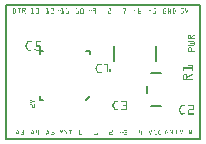
<source format=gto>
G04 MADE WITH FRITZING*
G04 WWW.FRITZING.ORG*
G04 DOUBLE SIDED*
G04 HOLES PLATED*
G04 CONTOUR ON CENTER OF CONTOUR VECTOR*
%ASAXBY*%
%FSLAX23Y23*%
%MOIN*%
%OFA0B0*%
%SFA1.0B1.0*%
%ADD10R,0.655324X0.456693X0.639324X0.440693*%
%ADD11C,0.008000*%
%ADD12C,0.005865*%
%ADD13R,0.001000X0.001000*%
%LNSILK1*%
G90*
G70*
G54D11*
X4Y453D02*
X651Y453D01*
X651Y4D01*
X4Y4D01*
X4Y453D01*
D02*
X487Y226D02*
X521Y226D01*
D02*
X521Y114D02*
X487Y114D01*
D02*
X472Y159D02*
X472Y181D01*
D02*
X363Y265D02*
X363Y316D01*
D02*
X505Y316D02*
X505Y265D01*
G54D12*
D02*
X128Y300D02*
X117Y300D01*
D02*
X117Y288D02*
X117Y300D01*
D02*
X271Y300D02*
X283Y300D01*
D02*
X283Y300D02*
X283Y288D01*
D02*
X117Y148D02*
X117Y136D01*
D02*
X117Y136D02*
X128Y136D01*
D02*
X271Y136D02*
X283Y148D01*
G54D13*
X27Y441D02*
X32Y441D01*
X43Y441D02*
X53Y441D01*
X59Y441D02*
X67Y441D01*
X587Y441D02*
X594Y441D01*
X602Y441D02*
X602Y441D01*
X611Y441D02*
X611Y441D01*
X27Y440D02*
X34Y440D01*
X43Y440D02*
X53Y440D01*
X59Y440D02*
X69Y440D01*
X87Y440D02*
X93Y440D01*
X103Y440D02*
X113Y440D01*
X137Y440D02*
X142Y440D01*
X153Y440D02*
X162Y440D01*
X186Y440D02*
X192Y440D01*
X203Y440D02*
X208Y440D01*
X236Y440D02*
X241Y440D01*
X253Y440D02*
X261Y440D01*
X293Y440D02*
X303Y440D01*
X347Y440D02*
X352Y440D01*
X394Y440D02*
X404Y440D01*
X444Y440D02*
X447Y440D01*
X496Y440D02*
X503Y440D01*
X532Y440D02*
X537Y440D01*
X544Y440D02*
X546Y440D01*
X553Y440D02*
X554Y440D01*
X560Y440D02*
X566Y440D01*
X587Y440D02*
X595Y440D01*
X601Y440D02*
X602Y440D01*
X610Y440D02*
X611Y440D01*
X29Y439D02*
X34Y439D01*
X43Y439D02*
X45Y439D01*
X47Y439D02*
X49Y439D01*
X52Y439D02*
X53Y439D01*
X59Y439D02*
X61Y439D01*
X67Y439D02*
X69Y439D01*
X88Y439D02*
X93Y439D01*
X104Y439D02*
X113Y439D01*
X137Y439D02*
X142Y439D01*
X153Y439D02*
X163Y439D01*
X187Y439D02*
X192Y439D01*
X203Y439D02*
X208Y439D01*
X236Y439D02*
X241Y439D01*
X252Y439D02*
X262Y439D01*
X293Y439D02*
X303Y439D01*
X346Y439D02*
X352Y439D01*
X394Y439D02*
X404Y439D01*
X444Y439D02*
X446Y439D01*
X496Y439D02*
X503Y439D01*
X531Y439D02*
X537Y439D01*
X544Y439D02*
X546Y439D01*
X552Y439D02*
X554Y439D01*
X560Y439D02*
X567Y439D01*
X587Y439D02*
X594Y439D01*
X601Y439D02*
X602Y439D01*
X610Y439D02*
X611Y439D01*
X29Y438D02*
X30Y438D01*
X33Y438D02*
X35Y438D01*
X43Y438D02*
X44Y438D01*
X48Y438D02*
X49Y438D01*
X52Y438D02*
X53Y438D01*
X59Y438D02*
X61Y438D01*
X68Y438D02*
X69Y438D01*
X92Y438D02*
X93Y438D01*
X112Y438D02*
X114Y438D01*
X141Y438D02*
X142Y438D01*
X162Y438D02*
X163Y438D01*
X191Y438D02*
X192Y438D01*
X207Y438D02*
X208Y438D01*
X240Y438D02*
X241Y438D01*
X252Y438D02*
X253Y438D01*
X261Y438D02*
X262Y438D01*
X293Y438D02*
X294Y438D01*
X302Y438D02*
X303Y438D01*
X346Y438D02*
X348Y438D01*
X351Y438D02*
X352Y438D01*
X394Y438D02*
X394Y438D01*
X402Y438D02*
X404Y438D01*
X444Y438D02*
X446Y438D01*
X496Y438D02*
X497Y438D01*
X530Y438D02*
X532Y438D01*
X544Y438D02*
X547Y438D01*
X552Y438D02*
X554Y438D01*
X562Y438D02*
X563Y438D01*
X566Y438D02*
X567Y438D01*
X587Y438D02*
X588Y438D01*
X601Y438D02*
X602Y438D01*
X610Y438D02*
X611Y438D01*
X29Y437D02*
X30Y437D01*
X34Y437D02*
X35Y437D01*
X48Y437D02*
X49Y437D01*
X59Y437D02*
X61Y437D01*
X68Y437D02*
X69Y437D01*
X92Y437D02*
X93Y437D01*
X112Y437D02*
X114Y437D01*
X141Y437D02*
X142Y437D01*
X162Y437D02*
X163Y437D01*
X191Y437D02*
X192Y437D01*
X207Y437D02*
X208Y437D01*
X240Y437D02*
X241Y437D01*
X252Y437D02*
X253Y437D01*
X261Y437D02*
X262Y437D01*
X293Y437D02*
X294Y437D01*
X302Y437D02*
X303Y437D01*
X346Y437D02*
X348Y437D01*
X351Y437D02*
X352Y437D01*
X402Y437D02*
X404Y437D01*
X444Y437D02*
X446Y437D01*
X496Y437D02*
X497Y437D01*
X529Y437D02*
X531Y437D01*
X544Y437D02*
X547Y437D01*
X552Y437D02*
X554Y437D01*
X562Y437D02*
X563Y437D01*
X566Y437D02*
X568Y437D01*
X587Y437D02*
X588Y437D01*
X601Y437D02*
X602Y437D01*
X610Y437D02*
X611Y437D01*
X29Y436D02*
X30Y436D01*
X34Y436D02*
X36Y436D01*
X48Y436D02*
X49Y436D01*
X59Y436D02*
X61Y436D01*
X68Y436D02*
X69Y436D01*
X92Y436D02*
X93Y436D01*
X112Y436D02*
X114Y436D01*
X141Y436D02*
X142Y436D01*
X162Y436D02*
X163Y436D01*
X191Y436D02*
X192Y436D01*
X207Y436D02*
X208Y436D01*
X240Y436D02*
X241Y436D01*
X252Y436D02*
X253Y436D01*
X261Y436D02*
X262Y436D01*
X293Y436D02*
X294Y436D01*
X302Y436D02*
X303Y436D01*
X346Y436D02*
X348Y436D01*
X351Y436D02*
X352Y436D01*
X402Y436D02*
X404Y436D01*
X444Y436D02*
X446Y436D01*
X496Y436D02*
X497Y436D01*
X529Y436D02*
X531Y436D01*
X544Y436D02*
X548Y436D01*
X552Y436D02*
X554Y436D01*
X562Y436D02*
X563Y436D01*
X567Y436D02*
X568Y436D01*
X587Y436D02*
X588Y436D01*
X601Y436D02*
X603Y436D01*
X610Y436D02*
X611Y436D01*
X29Y435D02*
X30Y435D01*
X35Y435D02*
X36Y435D01*
X48Y435D02*
X49Y435D01*
X59Y435D02*
X69Y435D01*
X92Y435D02*
X93Y435D01*
X112Y435D02*
X114Y435D01*
X141Y435D02*
X142Y435D01*
X162Y435D02*
X163Y435D01*
X191Y435D02*
X192Y435D01*
X207Y435D02*
X208Y435D01*
X240Y435D02*
X241Y435D01*
X252Y435D02*
X253Y435D01*
X261Y435D02*
X262Y435D01*
X293Y435D02*
X303Y435D01*
X346Y435D02*
X348Y435D01*
X351Y435D02*
X352Y435D01*
X402Y435D02*
X404Y435D01*
X444Y435D02*
X446Y435D01*
X496Y435D02*
X497Y435D01*
X528Y435D02*
X530Y435D01*
X544Y435D02*
X545Y435D01*
X547Y435D02*
X548Y435D01*
X552Y435D02*
X554Y435D01*
X562Y435D02*
X563Y435D01*
X567Y435D02*
X569Y435D01*
X587Y435D02*
X588Y435D01*
X602Y435D02*
X603Y435D01*
X609Y435D02*
X611Y435D01*
X29Y434D02*
X30Y434D01*
X35Y434D02*
X37Y434D01*
X48Y434D02*
X49Y434D01*
X59Y434D02*
X68Y434D01*
X92Y434D02*
X93Y434D01*
X112Y434D02*
X113Y434D01*
X141Y434D02*
X142Y434D01*
X162Y434D02*
X163Y434D01*
X176Y434D02*
X180Y434D01*
X185Y434D02*
X185Y434D01*
X191Y434D02*
X192Y434D01*
X207Y434D02*
X208Y434D01*
X240Y434D02*
X241Y434D01*
X252Y434D02*
X253Y434D01*
X261Y434D02*
X262Y434D01*
X280Y434D02*
X284Y434D01*
X289Y434D02*
X289Y434D01*
X293Y434D02*
X303Y434D01*
X346Y434D02*
X348Y434D01*
X351Y434D02*
X352Y434D01*
X402Y434D02*
X404Y434D01*
X431Y434D02*
X434Y434D01*
X440Y434D02*
X440Y434D01*
X444Y434D02*
X446Y434D01*
X482Y434D02*
X485Y434D01*
X496Y434D02*
X497Y434D01*
X528Y434D02*
X529Y434D01*
X544Y434D02*
X545Y434D01*
X547Y434D02*
X548Y434D01*
X552Y434D02*
X554Y434D01*
X562Y434D02*
X563Y434D01*
X568Y434D02*
X569Y434D01*
X587Y434D02*
X588Y434D01*
X602Y434D02*
X603Y434D01*
X609Y434D02*
X610Y434D01*
X29Y433D02*
X30Y433D01*
X36Y433D02*
X37Y433D01*
X48Y433D02*
X49Y433D01*
X59Y433D02*
X61Y433D01*
X63Y433D02*
X65Y433D01*
X92Y433D02*
X93Y433D01*
X106Y433D02*
X113Y433D01*
X141Y433D02*
X142Y433D01*
X154Y433D02*
X163Y433D01*
X175Y433D02*
X185Y433D01*
X191Y433D02*
X192Y433D01*
X207Y433D02*
X208Y433D01*
X226Y433D02*
X231Y433D01*
X235Y433D02*
X236Y433D01*
X240Y433D02*
X241Y433D01*
X252Y433D02*
X253Y433D01*
X261Y433D02*
X262Y433D01*
X279Y433D02*
X289Y433D01*
X294Y433D02*
X303Y433D01*
X346Y433D02*
X348Y433D01*
X350Y433D02*
X352Y433D01*
X400Y433D02*
X403Y433D01*
X430Y433D02*
X440Y433D01*
X444Y433D02*
X446Y433D01*
X481Y433D02*
X491Y433D01*
X496Y433D02*
X502Y433D01*
X527Y433D02*
X529Y433D01*
X544Y433D02*
X545Y433D01*
X547Y433D02*
X549Y433D01*
X552Y433D02*
X554Y433D01*
X562Y433D02*
X563Y433D01*
X568Y433D02*
X570Y433D01*
X587Y433D02*
X594Y433D01*
X602Y433D02*
X604Y433D01*
X609Y433D02*
X610Y433D01*
X29Y432D02*
X30Y432D01*
X36Y432D02*
X37Y432D01*
X48Y432D02*
X49Y432D01*
X59Y432D02*
X61Y432D01*
X64Y432D02*
X65Y432D01*
X92Y432D02*
X93Y432D01*
X106Y432D02*
X113Y432D01*
X141Y432D02*
X142Y432D01*
X153Y432D02*
X162Y432D01*
X175Y432D02*
X175Y432D01*
X180Y432D02*
X185Y432D01*
X191Y432D02*
X192Y432D01*
X207Y432D02*
X208Y432D01*
X225Y432D02*
X235Y432D01*
X240Y432D02*
X241Y432D01*
X252Y432D02*
X253Y432D01*
X261Y432D02*
X262Y432D01*
X279Y432D02*
X279Y432D01*
X284Y432D02*
X288Y432D01*
X302Y432D02*
X303Y432D01*
X345Y432D02*
X354Y432D01*
X399Y432D02*
X402Y432D01*
X430Y432D02*
X430Y432D01*
X434Y432D02*
X440Y432D01*
X444Y432D02*
X446Y432D01*
X480Y432D02*
X481Y432D01*
X485Y432D02*
X490Y432D01*
X496Y432D02*
X503Y432D01*
X527Y432D02*
X529Y432D01*
X544Y432D02*
X545Y432D01*
X548Y432D02*
X549Y432D01*
X552Y432D02*
X554Y432D01*
X562Y432D02*
X563Y432D01*
X569Y432D02*
X570Y432D01*
X587Y432D02*
X595Y432D01*
X603Y432D02*
X604Y432D01*
X608Y432D02*
X610Y432D01*
X29Y431D02*
X30Y431D01*
X35Y431D02*
X37Y431D01*
X48Y431D02*
X49Y431D01*
X59Y431D02*
X61Y431D01*
X64Y431D02*
X66Y431D01*
X92Y431D02*
X93Y431D01*
X97Y431D02*
X97Y431D01*
X107Y431D02*
X113Y431D01*
X141Y431D02*
X142Y431D01*
X146Y431D02*
X146Y431D01*
X153Y431D02*
X161Y431D01*
X191Y431D02*
X192Y431D01*
X196Y431D02*
X196Y431D01*
X207Y431D02*
X208Y431D01*
X212Y431D02*
X212Y431D01*
X225Y431D02*
X225Y431D01*
X231Y431D02*
X235Y431D01*
X240Y431D02*
X241Y431D01*
X252Y431D02*
X253Y431D01*
X261Y431D02*
X262Y431D01*
X302Y431D02*
X303Y431D01*
X344Y431D02*
X354Y431D01*
X398Y431D02*
X401Y431D01*
X437Y431D02*
X438Y431D01*
X444Y431D02*
X454Y431D01*
X488Y431D02*
X488Y431D01*
X496Y431D02*
X504Y431D01*
X527Y431D02*
X529Y431D01*
X534Y431D02*
X537Y431D01*
X544Y431D02*
X545Y431D01*
X548Y431D02*
X550Y431D01*
X552Y431D02*
X554Y431D01*
X562Y431D02*
X563Y431D01*
X568Y431D02*
X570Y431D01*
X594Y431D02*
X595Y431D01*
X603Y431D02*
X605Y431D01*
X608Y431D02*
X609Y431D01*
X29Y430D02*
X30Y430D01*
X35Y430D02*
X36Y430D01*
X48Y430D02*
X49Y430D01*
X59Y430D02*
X61Y430D01*
X65Y430D02*
X67Y430D01*
X92Y430D02*
X93Y430D01*
X96Y430D02*
X97Y430D01*
X112Y430D02*
X113Y430D01*
X141Y430D02*
X142Y430D01*
X145Y430D02*
X147Y430D01*
X153Y430D02*
X154Y430D01*
X191Y430D02*
X192Y430D01*
X195Y430D02*
X196Y430D01*
X207Y430D02*
X208Y430D01*
X211Y430D02*
X213Y430D01*
X240Y430D02*
X241Y430D01*
X245Y430D02*
X246Y430D01*
X252Y430D02*
X253Y430D01*
X261Y430D02*
X262Y430D01*
X302Y430D02*
X303Y430D01*
X344Y430D02*
X345Y430D01*
X353Y430D02*
X354Y430D01*
X398Y430D02*
X400Y430D01*
X444Y430D02*
X454Y430D01*
X502Y430D02*
X504Y430D01*
X527Y430D02*
X529Y430D01*
X533Y430D02*
X538Y430D01*
X544Y430D02*
X545Y430D01*
X549Y430D02*
X550Y430D01*
X552Y430D02*
X554Y430D01*
X562Y430D02*
X563Y430D01*
X568Y430D02*
X569Y430D01*
X594Y430D02*
X595Y430D01*
X603Y430D02*
X605Y430D01*
X607Y430D02*
X609Y430D01*
X29Y429D02*
X30Y429D01*
X34Y429D02*
X36Y429D01*
X48Y429D02*
X49Y429D01*
X59Y429D02*
X61Y429D01*
X66Y429D02*
X67Y429D01*
X92Y429D02*
X93Y429D01*
X96Y429D02*
X97Y429D01*
X112Y429D02*
X114Y429D01*
X141Y429D02*
X142Y429D01*
X145Y429D02*
X147Y429D01*
X153Y429D02*
X154Y429D01*
X191Y429D02*
X192Y429D01*
X195Y429D02*
X196Y429D01*
X207Y429D02*
X208Y429D01*
X211Y429D02*
X213Y429D01*
X240Y429D02*
X241Y429D01*
X245Y429D02*
X246Y429D01*
X252Y429D02*
X253Y429D01*
X261Y429D02*
X262Y429D01*
X302Y429D02*
X303Y429D01*
X344Y429D02*
X345Y429D01*
X353Y429D02*
X354Y429D01*
X398Y429D02*
X399Y429D01*
X444Y429D02*
X446Y429D01*
X453Y429D02*
X454Y429D01*
X502Y429D02*
X504Y429D01*
X527Y429D02*
X529Y429D01*
X534Y429D02*
X538Y429D01*
X544Y429D02*
X545Y429D01*
X549Y429D02*
X554Y429D01*
X562Y429D02*
X563Y429D01*
X567Y429D02*
X569Y429D01*
X594Y429D02*
X595Y429D01*
X604Y429D02*
X605Y429D01*
X607Y429D02*
X609Y429D01*
X29Y428D02*
X30Y428D01*
X34Y428D02*
X35Y428D01*
X48Y428D02*
X49Y428D01*
X59Y428D02*
X61Y428D01*
X66Y428D02*
X68Y428D01*
X92Y428D02*
X93Y428D01*
X96Y428D02*
X97Y428D01*
X112Y428D02*
X114Y428D01*
X141Y428D02*
X142Y428D01*
X145Y428D02*
X147Y428D01*
X153Y428D02*
X154Y428D01*
X191Y428D02*
X192Y428D01*
X195Y428D02*
X196Y428D01*
X207Y428D02*
X208Y428D01*
X211Y428D02*
X213Y428D01*
X240Y428D02*
X241Y428D01*
X245Y428D02*
X246Y428D01*
X252Y428D02*
X253Y428D01*
X261Y428D02*
X262Y428D01*
X302Y428D02*
X303Y428D01*
X344Y428D02*
X345Y428D01*
X353Y428D02*
X354Y428D01*
X398Y428D02*
X399Y428D01*
X444Y428D02*
X446Y428D01*
X453Y428D02*
X454Y428D01*
X502Y428D02*
X504Y428D01*
X527Y428D02*
X529Y428D01*
X536Y428D02*
X538Y428D01*
X544Y428D02*
X545Y428D01*
X550Y428D02*
X554Y428D01*
X562Y428D02*
X563Y428D01*
X567Y428D02*
X568Y428D01*
X594Y428D02*
X595Y428D01*
X604Y428D02*
X608Y428D01*
X29Y427D02*
X30Y427D01*
X33Y427D02*
X35Y427D01*
X48Y427D02*
X49Y427D01*
X59Y427D02*
X61Y427D01*
X67Y427D02*
X68Y427D01*
X92Y427D02*
X93Y427D01*
X96Y427D02*
X97Y427D01*
X112Y427D02*
X114Y427D01*
X141Y427D02*
X142Y427D01*
X145Y427D02*
X147Y427D01*
X153Y427D02*
X154Y427D01*
X191Y427D02*
X192Y427D01*
X195Y427D02*
X196Y427D01*
X207Y427D02*
X208Y427D01*
X211Y427D02*
X213Y427D01*
X240Y427D02*
X241Y427D01*
X245Y427D02*
X246Y427D01*
X252Y427D02*
X253Y427D01*
X261Y427D02*
X262Y427D01*
X302Y427D02*
X303Y427D01*
X344Y427D02*
X345Y427D01*
X353Y427D02*
X354Y427D01*
X398Y427D02*
X399Y427D01*
X444Y427D02*
X446Y427D01*
X453Y427D02*
X454Y427D01*
X502Y427D02*
X504Y427D01*
X527Y427D02*
X529Y427D01*
X536Y427D02*
X538Y427D01*
X544Y427D02*
X545Y427D01*
X550Y427D02*
X554Y427D01*
X562Y427D02*
X563Y427D01*
X566Y427D02*
X568Y427D01*
X594Y427D02*
X595Y427D01*
X605Y427D02*
X608Y427D01*
X28Y426D02*
X34Y426D01*
X48Y426D02*
X49Y426D01*
X59Y426D02*
X61Y426D01*
X67Y426D02*
X69Y426D01*
X92Y426D02*
X93Y426D01*
X96Y426D02*
X97Y426D01*
X112Y426D02*
X114Y426D01*
X141Y426D02*
X142Y426D01*
X145Y426D02*
X147Y426D01*
X153Y426D02*
X154Y426D01*
X191Y426D02*
X192Y426D01*
X195Y426D02*
X196Y426D01*
X207Y426D02*
X208Y426D01*
X211Y426D02*
X213Y426D01*
X240Y426D02*
X241Y426D01*
X245Y426D02*
X246Y426D01*
X252Y426D02*
X253Y426D01*
X261Y426D02*
X262Y426D01*
X302Y426D02*
X303Y426D01*
X344Y426D02*
X345Y426D01*
X353Y426D02*
X354Y426D01*
X398Y426D02*
X399Y426D01*
X444Y426D02*
X446Y426D01*
X453Y426D02*
X454Y426D01*
X494Y426D02*
X495Y426D01*
X502Y426D02*
X504Y426D01*
X527Y426D02*
X529Y426D01*
X536Y426D02*
X537Y426D01*
X544Y426D02*
X545Y426D01*
X551Y426D02*
X554Y426D01*
X562Y426D02*
X563Y426D01*
X566Y426D02*
X567Y426D01*
X585Y426D02*
X588Y426D01*
X593Y426D02*
X595Y426D01*
X605Y426D02*
X607Y426D01*
X27Y425D02*
X34Y425D01*
X48Y425D02*
X49Y425D01*
X59Y425D02*
X60Y425D01*
X68Y425D02*
X69Y425D01*
X87Y425D02*
X97Y425D01*
X104Y425D02*
X113Y425D01*
X137Y425D02*
X147Y425D01*
X153Y425D02*
X163Y425D01*
X187Y425D02*
X196Y425D01*
X203Y425D02*
X213Y425D01*
X236Y425D02*
X246Y425D01*
X252Y425D02*
X262Y425D01*
X301Y425D02*
X303Y425D01*
X344Y425D02*
X354Y425D01*
X398Y425D02*
X399Y425D01*
X444Y425D02*
X454Y425D01*
X494Y425D02*
X503Y425D01*
X528Y425D02*
X537Y425D01*
X544Y425D02*
X545Y425D01*
X551Y425D02*
X554Y425D01*
X560Y425D02*
X567Y425D01*
X585Y425D02*
X595Y425D01*
X605Y425D02*
X607Y425D01*
X28Y424D02*
X32Y424D01*
X48Y424D02*
X48Y424D01*
X60Y424D02*
X60Y424D01*
X69Y424D02*
X69Y424D01*
X87Y424D02*
X97Y424D01*
X104Y424D02*
X113Y424D01*
X137Y424D02*
X147Y424D01*
X153Y424D02*
X163Y424D01*
X187Y424D02*
X196Y424D01*
X203Y424D02*
X212Y424D01*
X236Y424D02*
X246Y424D01*
X252Y424D02*
X262Y424D01*
X301Y424D02*
X303Y424D01*
X345Y424D02*
X354Y424D01*
X398Y424D02*
X399Y424D01*
X445Y424D02*
X454Y424D01*
X495Y424D02*
X503Y424D01*
X529Y424D02*
X536Y424D01*
X544Y424D02*
X545Y424D01*
X551Y424D02*
X554Y424D01*
X560Y424D02*
X566Y424D01*
X587Y424D02*
X594Y424D01*
X606Y424D02*
X606Y424D01*
X237Y423D02*
X245Y423D01*
X254Y423D02*
X260Y423D01*
X346Y423D02*
X352Y423D01*
X613Y351D02*
X618Y351D01*
X630Y351D02*
X632Y351D01*
X612Y350D02*
X619Y350D01*
X628Y350D02*
X632Y350D01*
X611Y349D02*
X620Y349D01*
X627Y349D02*
X632Y349D01*
X611Y348D02*
X613Y348D01*
X618Y348D02*
X620Y348D01*
X625Y348D02*
X630Y348D01*
X611Y347D02*
X613Y347D01*
X618Y347D02*
X620Y347D01*
X623Y347D02*
X628Y347D01*
X611Y346D02*
X613Y346D01*
X618Y346D02*
X626Y346D01*
X611Y345D02*
X613Y345D01*
X618Y345D02*
X625Y345D01*
X611Y344D02*
X613Y344D01*
X618Y344D02*
X623Y344D01*
X611Y343D02*
X613Y343D01*
X618Y343D02*
X621Y343D01*
X611Y342D02*
X613Y342D01*
X618Y342D02*
X620Y342D01*
X611Y341D02*
X613Y341D01*
X618Y341D02*
X620Y341D01*
X611Y340D02*
X632Y340D01*
X611Y339D02*
X632Y339D01*
X611Y338D02*
X632Y338D01*
X79Y332D02*
X87Y332D01*
X103Y332D02*
X117Y332D01*
X76Y331D02*
X88Y331D01*
X103Y331D02*
X118Y331D01*
X75Y330D02*
X89Y330D01*
X103Y330D02*
X119Y330D01*
X611Y330D02*
X630Y330D01*
X74Y329D02*
X88Y329D01*
X103Y329D02*
X118Y329D01*
X611Y329D02*
X632Y329D01*
X74Y328D02*
X87Y328D01*
X103Y328D02*
X117Y328D01*
X629Y328D02*
X632Y328D01*
X73Y327D02*
X77Y327D01*
X103Y327D02*
X106Y327D01*
X630Y327D02*
X632Y327D01*
X73Y326D02*
X77Y326D01*
X103Y326D02*
X106Y326D01*
X630Y326D02*
X632Y326D01*
X72Y325D02*
X76Y325D01*
X103Y325D02*
X106Y325D01*
X619Y325D02*
X632Y325D01*
X72Y324D02*
X76Y324D01*
X103Y324D02*
X106Y324D01*
X618Y324D02*
X632Y324D01*
X71Y323D02*
X75Y323D01*
X103Y323D02*
X106Y323D01*
X619Y323D02*
X632Y323D01*
X71Y322D02*
X75Y322D01*
X103Y322D02*
X106Y322D01*
X629Y322D02*
X632Y322D01*
X70Y321D02*
X74Y321D01*
X103Y321D02*
X106Y321D01*
X630Y321D02*
X632Y321D01*
X70Y320D02*
X74Y320D01*
X103Y320D02*
X106Y320D01*
X630Y320D02*
X632Y320D01*
X69Y319D02*
X73Y319D01*
X103Y319D02*
X106Y319D01*
X611Y319D02*
X632Y319D01*
X69Y318D02*
X73Y318D01*
X103Y318D02*
X115Y318D01*
X611Y318D02*
X631Y318D01*
X69Y317D02*
X72Y317D01*
X103Y317D02*
X117Y317D01*
X611Y317D02*
X630Y317D01*
X69Y316D02*
X72Y316D01*
X103Y316D02*
X118Y316D01*
X69Y315D02*
X72Y315D01*
X103Y315D02*
X118Y315D01*
X69Y314D02*
X72Y314D01*
X103Y314D02*
X119Y314D01*
X69Y313D02*
X73Y313D01*
X115Y313D02*
X119Y313D01*
X70Y312D02*
X73Y312D01*
X115Y312D02*
X119Y312D01*
X70Y311D02*
X74Y311D01*
X115Y311D02*
X119Y311D01*
X71Y310D02*
X74Y310D01*
X115Y310D02*
X119Y310D01*
X614Y310D02*
X620Y310D01*
X71Y309D02*
X75Y309D01*
X115Y309D02*
X119Y309D01*
X612Y309D02*
X622Y309D01*
X72Y308D02*
X75Y308D01*
X115Y308D02*
X119Y308D01*
X611Y308D02*
X623Y308D01*
X72Y307D02*
X76Y307D01*
X115Y307D02*
X119Y307D01*
X611Y307D02*
X614Y307D01*
X621Y307D02*
X624Y307D01*
X73Y306D02*
X76Y306D01*
X115Y306D02*
X119Y306D01*
X611Y306D02*
X613Y306D01*
X622Y306D02*
X624Y306D01*
X73Y305D02*
X77Y305D01*
X100Y305D02*
X102Y305D01*
X115Y305D02*
X119Y305D01*
X611Y305D02*
X613Y305D01*
X622Y305D02*
X624Y305D01*
X74Y304D02*
X78Y304D01*
X99Y304D02*
X104Y304D01*
X115Y304D02*
X119Y304D01*
X611Y304D02*
X613Y304D01*
X622Y304D02*
X624Y304D01*
X74Y303D02*
X88Y303D01*
X99Y303D02*
X118Y303D01*
X611Y303D02*
X613Y303D01*
X622Y303D02*
X624Y303D01*
X75Y302D02*
X89Y302D01*
X100Y302D02*
X118Y302D01*
X611Y302D02*
X613Y302D01*
X622Y302D02*
X624Y302D01*
X76Y301D02*
X88Y301D01*
X101Y301D02*
X117Y301D01*
X611Y301D02*
X613Y301D01*
X622Y301D02*
X624Y301D01*
X78Y300D02*
X88Y300D01*
X104Y300D02*
X116Y300D01*
X611Y300D02*
X613Y300D01*
X622Y300D02*
X624Y300D01*
X611Y299D02*
X613Y299D01*
X622Y299D02*
X624Y299D01*
X611Y298D02*
X632Y298D01*
X611Y297D02*
X632Y297D01*
X611Y296D02*
X631Y296D01*
X310Y256D02*
X321Y256D01*
X333Y256D02*
X344Y256D01*
X309Y255D02*
X322Y255D01*
X332Y255D02*
X344Y255D01*
X308Y254D02*
X322Y254D01*
X332Y254D02*
X344Y254D01*
X307Y253D02*
X321Y253D01*
X333Y253D02*
X344Y253D01*
X307Y252D02*
X311Y252D01*
X341Y252D02*
X344Y252D01*
X613Y252D02*
X625Y252D01*
X306Y251D02*
X310Y251D01*
X341Y251D02*
X344Y251D01*
X613Y251D02*
X626Y251D01*
X306Y250D02*
X310Y250D01*
X341Y250D02*
X344Y250D01*
X612Y250D02*
X626Y250D01*
X305Y249D02*
X309Y249D01*
X341Y249D02*
X344Y249D01*
X613Y249D02*
X626Y249D01*
X305Y248D02*
X309Y248D01*
X341Y248D02*
X344Y248D01*
X623Y248D02*
X626Y248D01*
X304Y247D02*
X308Y247D01*
X341Y247D02*
X344Y247D01*
X623Y247D02*
X626Y247D01*
X304Y246D02*
X308Y246D01*
X341Y246D02*
X344Y246D01*
X623Y246D02*
X626Y246D01*
X303Y245D02*
X307Y245D01*
X341Y245D02*
X344Y245D01*
X623Y245D02*
X626Y245D01*
X303Y244D02*
X307Y244D01*
X341Y244D02*
X344Y244D01*
X595Y244D02*
X626Y244D01*
X303Y243D02*
X306Y243D01*
X341Y243D02*
X344Y243D01*
X595Y243D02*
X626Y243D01*
X302Y242D02*
X306Y242D01*
X341Y242D02*
X344Y242D01*
X595Y242D02*
X626Y242D01*
X302Y241D02*
X306Y241D01*
X341Y241D02*
X344Y241D01*
X595Y241D02*
X626Y241D01*
X302Y240D02*
X306Y240D01*
X341Y240D02*
X344Y240D01*
X595Y240D02*
X626Y240D01*
X302Y239D02*
X306Y239D01*
X341Y239D02*
X344Y239D01*
X595Y239D02*
X598Y239D01*
X623Y239D02*
X626Y239D01*
X303Y238D02*
X306Y238D01*
X341Y238D02*
X344Y238D01*
X349Y238D02*
X352Y238D01*
X595Y238D02*
X598Y238D01*
X623Y238D02*
X626Y238D01*
X303Y237D02*
X307Y237D01*
X341Y237D02*
X344Y237D01*
X349Y237D02*
X352Y237D01*
X595Y237D02*
X598Y237D01*
X623Y237D02*
X626Y237D01*
X303Y236D02*
X307Y236D01*
X341Y236D02*
X344Y236D01*
X349Y236D02*
X352Y236D01*
X595Y236D02*
X598Y236D01*
X623Y236D02*
X626Y236D01*
X304Y235D02*
X308Y235D01*
X341Y235D02*
X344Y235D01*
X349Y235D02*
X352Y235D01*
X595Y235D02*
X598Y235D01*
X623Y235D02*
X626Y235D01*
X304Y234D02*
X308Y234D01*
X341Y234D02*
X344Y234D01*
X349Y234D02*
X352Y234D01*
X595Y234D02*
X598Y234D01*
X623Y234D02*
X626Y234D01*
X305Y233D02*
X309Y233D01*
X341Y233D02*
X344Y233D01*
X349Y233D02*
X352Y233D01*
X595Y233D02*
X598Y233D01*
X623Y233D02*
X626Y233D01*
X305Y232D02*
X309Y232D01*
X341Y232D02*
X344Y232D01*
X349Y232D02*
X352Y232D01*
X596Y232D02*
X597Y232D01*
X624Y232D02*
X625Y232D01*
X306Y231D02*
X310Y231D01*
X341Y231D02*
X344Y231D01*
X349Y231D02*
X352Y231D01*
X306Y230D02*
X310Y230D01*
X341Y230D02*
X344Y230D01*
X349Y230D02*
X352Y230D01*
X307Y229D02*
X311Y229D01*
X341Y229D02*
X344Y229D01*
X349Y229D02*
X352Y229D01*
X307Y228D02*
X321Y228D01*
X333Y228D02*
X352Y228D01*
X308Y227D02*
X322Y227D01*
X309Y226D02*
X322Y226D01*
X310Y225D02*
X321Y225D01*
X599Y222D02*
X604Y222D01*
X624Y222D02*
X625Y222D01*
X597Y221D02*
X606Y221D01*
X622Y221D02*
X626Y221D01*
X596Y220D02*
X607Y220D01*
X620Y220D02*
X626Y220D01*
X596Y219D02*
X608Y219D01*
X619Y219D02*
X626Y219D01*
X595Y218D02*
X599Y218D01*
X604Y218D02*
X608Y218D01*
X617Y218D02*
X624Y218D01*
X595Y217D02*
X598Y217D01*
X605Y217D02*
X608Y217D01*
X615Y217D02*
X623Y217D01*
X595Y216D02*
X598Y216D01*
X605Y216D02*
X608Y216D01*
X614Y216D02*
X621Y216D01*
X595Y215D02*
X598Y215D01*
X605Y215D02*
X608Y215D01*
X612Y215D02*
X619Y215D01*
X595Y214D02*
X598Y214D01*
X605Y214D02*
X618Y214D01*
X595Y213D02*
X598Y213D01*
X605Y213D02*
X616Y213D01*
X595Y212D02*
X598Y212D01*
X605Y212D02*
X614Y212D01*
X595Y211D02*
X598Y211D01*
X605Y211D02*
X612Y211D01*
X595Y210D02*
X598Y210D01*
X605Y210D02*
X611Y210D01*
X595Y209D02*
X598Y209D01*
X605Y209D02*
X609Y209D01*
X595Y208D02*
X598Y208D01*
X605Y208D02*
X608Y208D01*
X595Y207D02*
X598Y207D01*
X605Y207D02*
X608Y207D01*
X595Y206D02*
X598Y206D01*
X605Y206D02*
X609Y206D01*
X595Y205D02*
X626Y205D01*
X595Y204D02*
X626Y204D01*
X595Y203D02*
X626Y203D01*
X595Y202D02*
X625Y202D01*
X83Y136D02*
X85Y136D01*
X83Y135D02*
X88Y135D01*
X84Y134D02*
X91Y134D01*
X87Y133D02*
X95Y133D01*
X368Y133D02*
X377Y133D01*
X390Y133D02*
X405Y133D01*
X87Y132D02*
X88Y132D01*
X91Y132D02*
X98Y132D01*
X366Y132D02*
X378Y132D01*
X389Y132D02*
X407Y132D01*
X87Y131D02*
X88Y131D01*
X94Y131D02*
X99Y131D01*
X365Y131D02*
X378Y131D01*
X389Y131D02*
X408Y131D01*
X87Y130D02*
X88Y130D01*
X92Y130D02*
X99Y130D01*
X364Y130D02*
X378Y130D01*
X389Y130D02*
X408Y130D01*
X87Y129D02*
X96Y129D01*
X364Y129D02*
X369Y129D01*
X405Y129D02*
X408Y129D01*
X85Y128D02*
X93Y128D01*
X363Y128D02*
X367Y128D01*
X405Y128D02*
X408Y128D01*
X83Y127D02*
X89Y127D01*
X363Y127D02*
X366Y127D01*
X405Y127D02*
X408Y127D01*
X83Y126D02*
X86Y126D01*
X362Y126D02*
X366Y126D01*
X405Y126D02*
X408Y126D01*
X362Y125D02*
X365Y125D01*
X405Y125D02*
X408Y125D01*
X361Y124D02*
X365Y124D01*
X405Y124D02*
X408Y124D01*
X361Y123D02*
X364Y123D01*
X405Y123D02*
X408Y123D01*
X360Y122D02*
X364Y122D01*
X405Y122D02*
X408Y122D01*
X360Y121D02*
X363Y121D01*
X405Y121D02*
X408Y121D01*
X83Y120D02*
X90Y120D01*
X99Y120D02*
X99Y120D01*
X359Y120D02*
X363Y120D01*
X405Y120D02*
X408Y120D01*
X83Y119D02*
X91Y119D01*
X98Y119D02*
X99Y119D01*
X359Y119D02*
X362Y119D01*
X394Y119D02*
X408Y119D01*
X83Y118D02*
X92Y118D01*
X98Y118D02*
X99Y118D01*
X359Y118D02*
X362Y118D01*
X393Y118D02*
X407Y118D01*
X589Y118D02*
X599Y118D01*
X611Y118D02*
X628Y118D01*
X83Y117D02*
X84Y117D01*
X90Y117D02*
X92Y117D01*
X98Y117D02*
X99Y117D01*
X359Y117D02*
X362Y117D01*
X393Y117D02*
X407Y117D01*
X587Y117D02*
X600Y117D01*
X611Y117D02*
X629Y117D01*
X83Y116D02*
X84Y116D01*
X90Y116D02*
X92Y116D01*
X98Y116D02*
X99Y116D01*
X359Y116D02*
X362Y116D01*
X393Y116D02*
X407Y116D01*
X586Y116D02*
X600Y116D01*
X611Y116D02*
X630Y116D01*
X83Y115D02*
X84Y115D01*
X90Y115D02*
X92Y115D01*
X98Y115D02*
X99Y115D01*
X359Y115D02*
X362Y115D01*
X394Y115D02*
X408Y115D01*
X586Y115D02*
X600Y115D01*
X611Y115D02*
X630Y115D01*
X83Y114D02*
X84Y114D01*
X90Y114D02*
X92Y114D01*
X98Y114D02*
X99Y114D01*
X359Y114D02*
X363Y114D01*
X405Y114D02*
X408Y114D01*
X585Y114D02*
X590Y114D01*
X627Y114D02*
X630Y114D01*
X83Y113D02*
X84Y113D01*
X90Y113D02*
X92Y113D01*
X98Y113D02*
X99Y113D01*
X360Y113D02*
X363Y113D01*
X405Y113D02*
X408Y113D01*
X585Y113D02*
X589Y113D01*
X627Y113D02*
X630Y113D01*
X83Y112D02*
X84Y112D01*
X90Y112D02*
X92Y112D01*
X98Y112D02*
X99Y112D01*
X360Y112D02*
X364Y112D01*
X405Y112D02*
X408Y112D01*
X584Y112D02*
X588Y112D01*
X627Y112D02*
X630Y112D01*
X83Y111D02*
X84Y111D01*
X91Y111D02*
X99Y111D01*
X361Y111D02*
X364Y111D01*
X405Y111D02*
X408Y111D01*
X584Y111D02*
X588Y111D01*
X627Y111D02*
X630Y111D01*
X83Y110D02*
X84Y110D01*
X91Y110D02*
X99Y110D01*
X361Y110D02*
X365Y110D01*
X405Y110D02*
X408Y110D01*
X583Y110D02*
X587Y110D01*
X627Y110D02*
X630Y110D01*
X362Y109D02*
X365Y109D01*
X405Y109D02*
X408Y109D01*
X583Y109D02*
X587Y109D01*
X627Y109D02*
X630Y109D01*
X362Y108D02*
X366Y108D01*
X405Y108D02*
X408Y108D01*
X582Y108D02*
X586Y108D01*
X627Y108D02*
X630Y108D01*
X363Y107D02*
X366Y107D01*
X405Y107D02*
X408Y107D01*
X582Y107D02*
X586Y107D01*
X627Y107D02*
X630Y107D01*
X363Y106D02*
X367Y106D01*
X405Y106D02*
X408Y106D01*
X581Y106D02*
X585Y106D01*
X627Y106D02*
X630Y106D01*
X364Y105D02*
X369Y105D01*
X405Y105D02*
X408Y105D01*
X581Y105D02*
X584Y105D01*
X627Y105D02*
X630Y105D01*
X364Y104D02*
X378Y104D01*
X389Y104D02*
X408Y104D01*
X581Y104D02*
X584Y104D01*
X614Y104D02*
X630Y104D01*
X365Y103D02*
X378Y103D01*
X389Y103D02*
X408Y103D01*
X581Y103D02*
X584Y103D01*
X612Y103D02*
X630Y103D01*
X366Y102D02*
X378Y102D01*
X389Y102D02*
X407Y102D01*
X581Y102D02*
X584Y102D01*
X611Y102D02*
X629Y102D01*
X368Y101D02*
X377Y101D01*
X390Y101D02*
X405Y101D01*
X581Y101D02*
X584Y101D01*
X611Y101D02*
X629Y101D01*
X581Y100D02*
X584Y100D01*
X611Y100D02*
X614Y100D01*
X581Y99D02*
X585Y99D01*
X610Y99D02*
X614Y99D01*
X581Y98D02*
X585Y98D01*
X610Y98D02*
X614Y98D01*
X582Y97D02*
X586Y97D01*
X610Y97D02*
X614Y97D01*
X582Y96D02*
X586Y96D01*
X610Y96D02*
X614Y96D01*
X583Y95D02*
X587Y95D01*
X610Y95D02*
X614Y95D01*
X583Y94D02*
X587Y94D01*
X610Y94D02*
X614Y94D01*
X584Y93D02*
X588Y93D01*
X610Y93D02*
X614Y93D01*
X584Y92D02*
X588Y92D01*
X610Y92D02*
X614Y92D01*
X585Y91D02*
X589Y91D01*
X610Y91D02*
X614Y91D01*
X585Y90D02*
X599Y90D01*
X610Y90D02*
X629Y90D01*
X586Y89D02*
X600Y89D01*
X610Y89D02*
X630Y89D01*
X587Y88D02*
X597Y88D01*
X610Y88D02*
X630Y88D01*
X588Y87D02*
X594Y87D01*
X610Y87D02*
X630Y87D01*
X591Y86D02*
X592Y86D01*
X612Y86D02*
X629Y86D01*
X42Y36D02*
X43Y36D01*
X54Y36D02*
X63Y36D01*
X92Y36D02*
X93Y36D01*
X104Y36D02*
X105Y36D01*
X143Y36D02*
X144Y36D01*
X157Y36D02*
X164Y36D01*
X183Y36D02*
X191Y36D01*
X199Y36D02*
X206Y36D01*
X214Y36D02*
X223Y36D01*
X249Y36D02*
X258Y36D01*
X299Y36D02*
X304Y36D01*
X349Y36D02*
X359Y36D01*
X399Y36D02*
X407Y36D01*
X449Y36D02*
X449Y36D01*
X481Y36D02*
X481Y36D01*
X489Y36D02*
X489Y36D01*
X500Y36D02*
X505Y36D01*
X516Y36D02*
X520Y36D01*
X540Y36D02*
X544Y36D01*
X550Y36D02*
X552Y36D01*
X559Y36D02*
X559Y36D01*
X565Y36D02*
X570Y36D01*
X584Y36D02*
X585Y36D01*
X593Y36D02*
X593Y36D01*
X599Y36D02*
X608Y36D01*
X614Y36D02*
X615Y36D01*
X622Y36D02*
X622Y36D01*
X42Y35D02*
X43Y35D01*
X54Y35D02*
X63Y35D01*
X91Y35D02*
X93Y35D01*
X104Y35D02*
X105Y35D01*
X142Y35D02*
X144Y35D01*
X157Y35D02*
X164Y35D01*
X183Y35D02*
X192Y35D01*
X199Y35D02*
X207Y35D01*
X213Y35D02*
X223Y35D01*
X248Y35D02*
X258Y35D01*
X299Y35D02*
X304Y35D01*
X350Y35D02*
X359Y35D01*
X398Y35D02*
X408Y35D01*
X448Y35D02*
X450Y35D01*
X480Y35D02*
X481Y35D01*
X489Y35D02*
X490Y35D01*
X499Y35D02*
X505Y35D01*
X514Y35D02*
X521Y35D01*
X539Y35D02*
X544Y35D01*
X550Y35D02*
X552Y35D01*
X558Y35D02*
X559Y35D01*
X565Y35D02*
X571Y35D01*
X584Y35D02*
X585Y35D01*
X592Y35D02*
X593Y35D01*
X599Y35D02*
X608Y35D01*
X614Y35D02*
X616Y35D01*
X622Y35D02*
X623Y35D01*
X41Y34D02*
X43Y34D01*
X62Y34D02*
X64Y34D01*
X91Y34D02*
X93Y34D01*
X104Y34D02*
X105Y34D01*
X111Y34D02*
X112Y34D01*
X142Y34D02*
X144Y34D01*
X157Y34D02*
X158Y34D01*
X183Y34D02*
X185Y34D01*
X191Y34D02*
X193Y34D01*
X198Y34D02*
X200Y34D01*
X206Y34D02*
X208Y34D01*
X213Y34D02*
X215Y34D01*
X217Y34D02*
X219Y34D01*
X222Y34D02*
X223Y34D01*
X248Y34D02*
X249Y34D01*
X257Y34D02*
X258Y34D01*
X303Y34D02*
X304Y34D01*
X358Y34D02*
X359Y34D01*
X399Y34D02*
X408Y34D01*
X448Y34D02*
X450Y34D01*
X456Y34D02*
X456Y34D01*
X480Y34D02*
X481Y34D01*
X489Y34D02*
X490Y34D01*
X498Y34D02*
X500Y34D01*
X513Y34D02*
X515Y34D01*
X538Y34D02*
X540Y34D01*
X550Y34D02*
X553Y34D01*
X558Y34D02*
X559Y34D01*
X567Y34D02*
X568Y34D01*
X570Y34D02*
X572Y34D01*
X584Y34D02*
X585Y34D01*
X592Y34D02*
X593Y34D01*
X603Y34D02*
X604Y34D01*
X614Y34D02*
X616Y34D01*
X622Y34D02*
X623Y34D01*
X41Y33D02*
X44Y33D01*
X62Y33D02*
X64Y33D01*
X91Y33D02*
X94Y33D01*
X104Y33D02*
X105Y33D01*
X111Y33D02*
X112Y33D01*
X142Y33D02*
X145Y33D01*
X157Y33D02*
X158Y33D01*
X183Y33D02*
X184Y33D01*
X192Y33D02*
X193Y33D01*
X199Y33D02*
X200Y33D01*
X207Y33D02*
X207Y33D01*
X214Y33D02*
X214Y33D01*
X218Y33D02*
X219Y33D01*
X222Y33D02*
X223Y33D01*
X248Y33D02*
X249Y33D01*
X257Y33D02*
X258Y33D01*
X303Y33D02*
X304Y33D01*
X358Y33D02*
X359Y33D01*
X407Y33D02*
X408Y33D01*
X448Y33D02*
X450Y33D01*
X455Y33D02*
X456Y33D01*
X480Y33D02*
X481Y33D01*
X489Y33D02*
X490Y33D01*
X498Y33D02*
X499Y33D01*
X513Y33D02*
X514Y33D01*
X537Y33D02*
X539Y33D01*
X550Y33D02*
X553Y33D01*
X558Y33D02*
X559Y33D01*
X567Y33D02*
X568Y33D01*
X571Y33D02*
X572Y33D01*
X584Y33D02*
X585Y33D01*
X592Y33D02*
X593Y33D01*
X603Y33D02*
X604Y33D01*
X614Y33D02*
X617Y33D01*
X622Y33D02*
X623Y33D01*
X41Y32D02*
X44Y32D01*
X62Y32D02*
X64Y32D01*
X91Y32D02*
X94Y32D01*
X104Y32D02*
X105Y32D01*
X111Y32D02*
X112Y32D01*
X142Y32D02*
X145Y32D01*
X157Y32D02*
X158Y32D01*
X183Y32D02*
X184Y32D01*
X191Y32D02*
X193Y32D01*
X199Y32D02*
X201Y32D01*
X218Y32D02*
X219Y32D01*
X248Y32D02*
X249Y32D01*
X257Y32D02*
X258Y32D01*
X303Y32D02*
X304Y32D01*
X358Y32D02*
X359Y32D01*
X407Y32D02*
X408Y32D01*
X448Y32D02*
X450Y32D01*
X455Y32D02*
X456Y32D01*
X480Y32D02*
X481Y32D01*
X489Y32D02*
X490Y32D01*
X497Y32D02*
X499Y32D01*
X513Y32D02*
X514Y32D01*
X536Y32D02*
X538Y32D01*
X550Y32D02*
X553Y32D01*
X558Y32D02*
X559Y32D01*
X567Y32D02*
X568Y32D01*
X571Y32D02*
X573Y32D01*
X584Y32D02*
X585Y32D01*
X592Y32D02*
X593Y32D01*
X603Y32D02*
X604Y32D01*
X614Y32D02*
X617Y32D01*
X622Y32D02*
X623Y32D01*
X40Y31D02*
X44Y31D01*
X62Y31D02*
X64Y31D01*
X90Y31D02*
X94Y31D01*
X104Y31D02*
X105Y31D01*
X111Y31D02*
X112Y31D01*
X141Y31D02*
X145Y31D01*
X157Y31D02*
X158Y31D01*
X183Y31D02*
X192Y31D01*
X200Y31D02*
X202Y31D01*
X218Y31D02*
X219Y31D01*
X248Y31D02*
X249Y31D01*
X257Y31D02*
X258Y31D01*
X303Y31D02*
X304Y31D01*
X358Y31D02*
X359Y31D01*
X407Y31D02*
X408Y31D01*
X448Y31D02*
X450Y31D01*
X455Y31D02*
X456Y31D01*
X480Y31D02*
X482Y31D01*
X488Y31D02*
X490Y31D01*
X497Y31D02*
X498Y31D01*
X512Y31D02*
X513Y31D01*
X536Y31D02*
X537Y31D01*
X550Y31D02*
X551Y31D01*
X553Y31D02*
X554Y31D01*
X558Y31D02*
X559Y31D01*
X567Y31D02*
X568Y31D01*
X572Y31D02*
X573Y31D01*
X584Y31D02*
X585Y31D01*
X592Y31D02*
X593Y31D01*
X603Y31D02*
X604Y31D01*
X614Y31D02*
X618Y31D01*
X622Y31D02*
X623Y31D01*
X40Y30D02*
X41Y30D01*
X43Y30D02*
X45Y30D01*
X62Y30D02*
X64Y30D01*
X90Y30D02*
X91Y30D01*
X93Y30D02*
X95Y30D01*
X104Y30D02*
X105Y30D01*
X111Y30D02*
X112Y30D01*
X141Y30D02*
X142Y30D01*
X144Y30D02*
X145Y30D01*
X157Y30D02*
X158Y30D01*
X183Y30D02*
X192Y30D01*
X201Y30D02*
X203Y30D01*
X218Y30D02*
X219Y30D01*
X248Y30D02*
X249Y30D01*
X257Y30D02*
X258Y30D01*
X303Y30D02*
X304Y30D01*
X358Y30D02*
X359Y30D01*
X407Y30D02*
X408Y30D01*
X448Y30D02*
X450Y30D01*
X455Y30D02*
X456Y30D01*
X481Y30D02*
X482Y30D01*
X488Y30D02*
X489Y30D01*
X496Y30D02*
X498Y30D01*
X512Y30D02*
X513Y30D01*
X535Y30D02*
X536Y30D01*
X550Y30D02*
X551Y30D01*
X553Y30D02*
X554Y30D01*
X558Y30D02*
X559Y30D01*
X567Y30D02*
X568Y30D01*
X572Y30D02*
X574Y30D01*
X585Y30D02*
X586Y30D01*
X591Y30D02*
X593Y30D01*
X603Y30D02*
X604Y30D01*
X614Y30D02*
X615Y30D01*
X617Y30D02*
X618Y30D01*
X622Y30D02*
X623Y30D01*
X40Y29D02*
X41Y29D01*
X44Y29D02*
X45Y29D01*
X61Y29D02*
X63Y29D01*
X90Y29D02*
X91Y29D01*
X93Y29D02*
X95Y29D01*
X104Y29D02*
X105Y29D01*
X111Y29D02*
X112Y29D01*
X141Y29D02*
X142Y29D01*
X144Y29D02*
X146Y29D01*
X157Y29D02*
X158Y29D01*
X183Y29D02*
X190Y29D01*
X202Y29D02*
X203Y29D01*
X218Y29D02*
X219Y29D01*
X248Y29D02*
X249Y29D01*
X257Y29D02*
X258Y29D01*
X303Y29D02*
X304Y29D01*
X351Y29D02*
X359Y29D01*
X386Y29D02*
X390Y29D01*
X406Y29D02*
X408Y29D01*
X448Y29D02*
X450Y29D01*
X455Y29D02*
X456Y29D01*
X481Y29D02*
X482Y29D01*
X488Y29D02*
X489Y29D01*
X496Y29D02*
X497Y29D01*
X511Y29D02*
X512Y29D01*
X535Y29D02*
X536Y29D01*
X550Y29D02*
X551Y29D01*
X554Y29D02*
X555Y29D01*
X558Y29D02*
X559Y29D01*
X567Y29D02*
X568Y29D01*
X573Y29D02*
X574Y29D01*
X585Y29D02*
X586Y29D01*
X591Y29D02*
X592Y29D01*
X603Y29D02*
X604Y29D01*
X614Y29D02*
X615Y29D01*
X617Y29D02*
X619Y29D01*
X622Y29D02*
X623Y29D01*
X39Y28D02*
X41Y28D01*
X44Y28D02*
X45Y28D01*
X56Y28D02*
X63Y28D01*
X89Y28D02*
X91Y28D01*
X94Y28D02*
X95Y28D01*
X104Y28D02*
X105Y28D01*
X111Y28D02*
X112Y28D01*
X140Y28D02*
X142Y28D01*
X145Y28D02*
X146Y28D01*
X157Y28D02*
X164Y28D01*
X183Y28D02*
X184Y28D01*
X187Y28D02*
X189Y28D01*
X202Y28D02*
X204Y28D01*
X218Y28D02*
X219Y28D01*
X248Y28D02*
X249Y28D01*
X257Y28D02*
X258Y28D01*
X303Y28D02*
X304Y28D01*
X349Y28D02*
X359Y28D01*
X385Y28D02*
X395Y28D01*
X400Y28D02*
X408Y28D01*
X448Y28D02*
X450Y28D01*
X455Y28D02*
X456Y28D01*
X481Y28D02*
X483Y28D01*
X487Y28D02*
X489Y28D01*
X496Y28D02*
X497Y28D01*
X511Y28D02*
X512Y28D01*
X535Y28D02*
X536Y28D01*
X550Y28D02*
X551Y28D01*
X554Y28D02*
X555Y28D01*
X558Y28D02*
X559Y28D01*
X567Y28D02*
X568Y28D01*
X573Y28D02*
X574Y28D01*
X585Y28D02*
X587Y28D01*
X591Y28D02*
X592Y28D01*
X603Y28D02*
X604Y28D01*
X614Y28D02*
X615Y28D01*
X618Y28D02*
X619Y28D01*
X622Y28D02*
X623Y28D01*
X39Y27D02*
X41Y27D01*
X44Y27D02*
X45Y27D01*
X56Y27D02*
X63Y27D01*
X89Y27D02*
X91Y27D01*
X94Y27D02*
X95Y27D01*
X104Y27D02*
X106Y27D01*
X110Y27D02*
X112Y27D01*
X140Y27D02*
X141Y27D01*
X145Y27D02*
X146Y27D01*
X157Y27D02*
X164Y27D01*
X183Y27D02*
X184Y27D01*
X188Y27D02*
X189Y27D01*
X203Y27D02*
X205Y27D01*
X218Y27D02*
X219Y27D01*
X248Y27D02*
X249Y27D01*
X257Y27D02*
X258Y27D01*
X303Y27D02*
X304Y27D01*
X349Y27D02*
X357Y27D01*
X385Y27D02*
X386Y27D01*
X390Y27D02*
X395Y27D01*
X400Y27D02*
X408Y27D01*
X448Y27D02*
X450Y27D01*
X455Y27D02*
X456Y27D01*
X482Y27D02*
X483Y27D01*
X487Y27D02*
X488Y27D01*
X496Y27D02*
X497Y27D01*
X511Y27D02*
X512Y27D01*
X535Y27D02*
X536Y27D01*
X540Y27D02*
X544Y27D01*
X550Y27D02*
X551Y27D01*
X554Y27D02*
X556Y27D01*
X558Y27D02*
X559Y27D01*
X567Y27D02*
X568Y27D01*
X572Y27D02*
X574Y27D01*
X586Y27D02*
X587Y27D01*
X590Y27D02*
X591Y27D01*
X603Y27D02*
X604Y27D01*
X614Y27D02*
X615Y27D01*
X618Y27D02*
X619Y27D01*
X622Y27D02*
X623Y27D01*
X39Y26D02*
X40Y26D01*
X44Y26D02*
X46Y26D01*
X62Y26D02*
X64Y26D01*
X89Y26D02*
X90Y26D01*
X94Y26D02*
X96Y26D01*
X104Y26D02*
X113Y26D01*
X140Y26D02*
X141Y26D01*
X145Y26D02*
X147Y26D01*
X163Y26D02*
X165Y26D01*
X183Y26D02*
X184Y26D01*
X189Y26D02*
X190Y26D01*
X204Y26D02*
X206Y26D01*
X218Y26D02*
X219Y26D01*
X248Y26D02*
X249Y26D01*
X257Y26D02*
X258Y26D01*
X303Y26D02*
X304Y26D01*
X307Y26D02*
X308Y26D01*
X349Y26D02*
X350Y26D01*
X406Y26D02*
X408Y26D01*
X448Y26D02*
X457Y26D01*
X482Y26D02*
X484Y26D01*
X486Y26D02*
X488Y26D01*
X496Y26D02*
X497Y26D01*
X511Y26D02*
X513Y26D01*
X535Y26D02*
X536Y26D01*
X540Y26D02*
X544Y26D01*
X550Y26D02*
X551Y26D01*
X555Y26D02*
X556Y26D01*
X558Y26D02*
X559Y26D01*
X567Y26D02*
X568Y26D01*
X572Y26D02*
X573Y26D01*
X586Y26D02*
X587Y26D01*
X590Y26D02*
X591Y26D01*
X603Y26D02*
X604Y26D01*
X614Y26D02*
X615Y26D01*
X619Y26D02*
X620Y26D01*
X622Y26D02*
X623Y26D01*
X39Y25D02*
X46Y25D01*
X62Y25D02*
X64Y25D01*
X89Y25D02*
X96Y25D01*
X104Y25D02*
X112Y25D01*
X140Y25D02*
X147Y25D01*
X163Y25D02*
X165Y25D01*
X183Y25D02*
X184Y25D01*
X189Y25D02*
X191Y25D01*
X205Y25D02*
X206Y25D01*
X218Y25D02*
X219Y25D01*
X248Y25D02*
X249Y25D01*
X257Y25D02*
X258Y25D01*
X303Y25D02*
X304Y25D01*
X307Y25D02*
X309Y25D01*
X349Y25D02*
X350Y25D01*
X407Y25D02*
X408Y25D01*
X448Y25D02*
X457Y25D01*
X483Y25D02*
X484Y25D01*
X486Y25D02*
X487Y25D01*
X496Y25D02*
X498Y25D01*
X512Y25D02*
X513Y25D01*
X535Y25D02*
X536Y25D01*
X543Y25D02*
X544Y25D01*
X550Y25D02*
X551Y25D01*
X555Y25D02*
X559Y25D01*
X567Y25D02*
X568Y25D01*
X571Y25D02*
X573Y25D01*
X587Y25D02*
X591Y25D01*
X603Y25D02*
X604Y25D01*
X614Y25D02*
X615Y25D01*
X619Y25D02*
X623Y25D01*
X38Y24D02*
X46Y24D01*
X62Y24D02*
X64Y24D01*
X88Y24D02*
X96Y24D01*
X111Y24D02*
X112Y24D01*
X139Y24D02*
X147Y24D01*
X163Y24D02*
X165Y24D01*
X183Y24D02*
X184Y24D01*
X190Y24D02*
X191Y24D01*
X205Y24D02*
X207Y24D01*
X218Y24D02*
X219Y24D01*
X248Y24D02*
X249Y24D01*
X257Y24D02*
X258Y24D01*
X303Y24D02*
X304Y24D01*
X307Y24D02*
X309Y24D01*
X349Y24D02*
X350Y24D01*
X407Y24D02*
X408Y24D01*
X455Y24D02*
X456Y24D01*
X483Y24D02*
X487Y24D01*
X497Y24D02*
X498Y24D01*
X512Y24D02*
X514Y24D01*
X535Y24D02*
X536Y24D01*
X543Y24D02*
X544Y24D01*
X550Y24D02*
X551Y24D01*
X556Y24D02*
X559Y24D01*
X567Y24D02*
X568Y24D01*
X571Y24D02*
X572Y24D01*
X587Y24D02*
X590Y24D01*
X603Y24D02*
X604Y24D01*
X614Y24D02*
X615Y24D01*
X619Y24D02*
X623Y24D01*
X38Y23D02*
X47Y23D01*
X62Y23D02*
X64Y23D01*
X88Y23D02*
X97Y23D01*
X111Y23D02*
X112Y23D01*
X139Y23D02*
X148Y23D01*
X163Y23D02*
X165Y23D01*
X183Y23D02*
X184Y23D01*
X190Y23D02*
X192Y23D01*
X198Y23D02*
X199Y23D01*
X206Y23D02*
X208Y23D01*
X218Y23D02*
X219Y23D01*
X248Y23D02*
X249Y23D01*
X257Y23D02*
X258Y23D01*
X303Y23D02*
X304Y23D01*
X307Y23D02*
X309Y23D01*
X349Y23D02*
X350Y23D01*
X407Y23D02*
X408Y23D01*
X455Y23D02*
X456Y23D01*
X483Y23D02*
X487Y23D01*
X497Y23D02*
X499Y23D01*
X513Y23D02*
X514Y23D01*
X535Y23D02*
X536Y23D01*
X543Y23D02*
X544Y23D01*
X550Y23D02*
X551Y23D01*
X556Y23D02*
X559Y23D01*
X567Y23D02*
X568Y23D01*
X570Y23D02*
X572Y23D01*
X587Y23D02*
X590Y23D01*
X603Y23D02*
X604Y23D01*
X614Y23D02*
X615Y23D01*
X620Y23D02*
X623Y23D01*
X38Y22D02*
X39Y22D01*
X46Y22D02*
X47Y22D01*
X62Y22D02*
X64Y22D01*
X88Y22D02*
X89Y22D01*
X96Y22D02*
X97Y22D01*
X111Y22D02*
X112Y22D01*
X139Y22D02*
X140Y22D01*
X146Y22D02*
X148Y22D01*
X155Y22D02*
X155Y22D01*
X163Y22D02*
X165Y22D01*
X183Y22D02*
X184Y22D01*
X191Y22D02*
X192Y22D01*
X199Y22D02*
X208Y22D01*
X218Y22D02*
X219Y22D01*
X248Y22D02*
X250Y22D01*
X257Y22D02*
X258Y22D01*
X303Y22D02*
X304Y22D01*
X307Y22D02*
X309Y22D01*
X349Y22D02*
X350Y22D01*
X407Y22D02*
X408Y22D01*
X455Y22D02*
X456Y22D01*
X484Y22D02*
X486Y22D01*
X498Y22D02*
X500Y22D01*
X513Y22D02*
X515Y22D01*
X535Y22D02*
X544Y22D01*
X550Y22D02*
X551Y22D01*
X557Y22D02*
X559Y22D01*
X565Y22D02*
X571Y22D01*
X588Y22D02*
X589Y22D01*
X599Y22D02*
X608Y22D01*
X614Y22D02*
X615Y22D01*
X620Y22D02*
X623Y22D01*
X37Y21D02*
X39Y21D01*
X46Y21D02*
X47Y21D01*
X54Y21D02*
X64Y21D01*
X87Y21D02*
X89Y21D01*
X96Y21D02*
X97Y21D01*
X111Y21D02*
X112Y21D01*
X138Y21D02*
X140Y21D01*
X147Y21D02*
X148Y21D01*
X154Y21D02*
X164Y21D01*
X183Y21D02*
X184Y21D01*
X191Y21D02*
X193Y21D01*
X199Y21D02*
X207Y21D01*
X218Y21D02*
X219Y21D01*
X248Y21D02*
X258Y21D01*
X299Y21D02*
X309Y21D01*
X349Y21D02*
X359Y21D01*
X399Y21D02*
X408Y21D01*
X455Y21D02*
X456Y21D01*
X484Y21D02*
X486Y21D01*
X499Y21D02*
X505Y21D01*
X514Y21D02*
X521Y21D01*
X536Y21D02*
X543Y21D01*
X550Y21D02*
X551Y21D01*
X557Y21D02*
X559Y21D01*
X565Y21D02*
X570Y21D01*
X588Y21D02*
X589Y21D01*
X599Y21D02*
X608Y21D01*
X614Y21D02*
X615Y21D01*
X621Y21D02*
X623Y21D01*
X37Y20D02*
X38Y20D01*
X46Y20D02*
X47Y20D01*
X54Y20D02*
X63Y20D01*
X87Y20D02*
X88Y20D01*
X96Y20D02*
X97Y20D01*
X111Y20D02*
X112Y20D01*
X138Y20D02*
X139Y20D01*
X147Y20D02*
X148Y20D01*
X155Y20D02*
X164Y20D01*
X249Y20D02*
X258Y20D01*
X298Y20D02*
X309Y20D01*
X349Y20D02*
X359Y20D01*
X398Y20D02*
X408Y20D01*
X455Y20D02*
X456Y20D01*
X485Y20D02*
X485Y20D01*
X500Y20D02*
X505Y20D01*
X515Y20D02*
X520Y20D01*
X158Y19D02*
X163Y19D01*
X300Y19D02*
X307Y19D01*
X399Y19D02*
X407Y19D01*
X456Y19D02*
X456Y19D01*
D02*
G04 End of Silk1*
M02*
</source>
